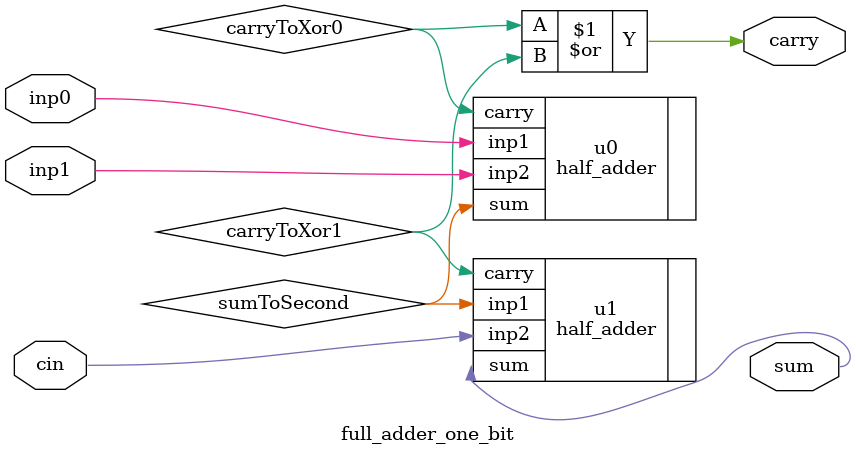
<source format=sv>
`timescale 1ns / 1ps

module full_adder_one_bit(
    output logic sum,
    output logic carry,
    input logic inp0,
    input logic inp1,
    input logic cin
    );
    //Internal Wire Instantiations
    logic sumToSecond, carryToXor0,carryToXor1;
    
    //Half Adder Module Instantiations
    half_adder u0(.sum(sumToSecond), .carry(carryToXor0),.inp1(inp0), .inp2(inp1));
    half_adder u1(.sum(sum), .carry(carryToXor1), .inp1(sumToSecond), .inp2(cin));
    
    //Carry bit output
    assign carry = carryToXor0 | carryToXor1;
    
endmodule

</source>
